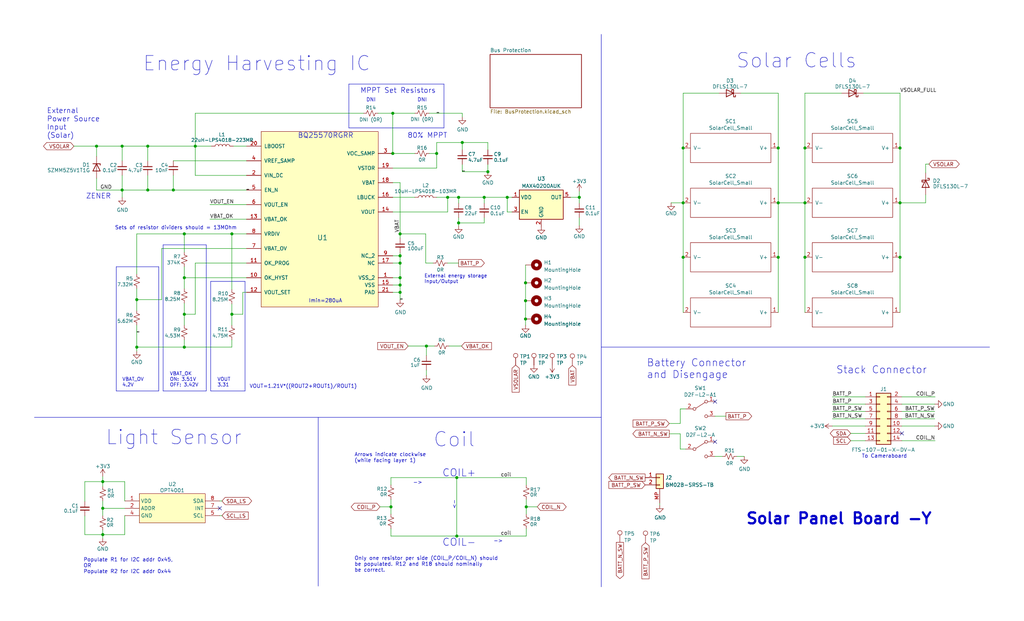
<source format=kicad_sch>
(kicad_sch (version 20230121) (generator eeschema)
  (paper "USLegal")
  (title_block (title "PyCubed Mini") (date "2023-06-18") (rev "Rev B3/03") (company "REx Lab Carnegie Mellon University") (comment 1 "Z.Manchester") (comment 2 "N.Khera") (comment 3 "M.Holliday"))
  (lib_symbols
    (symbol "Analog_Switch:MAX40200AUK"
      (property "Reference" "U" (at -6.35 6.35 0))
      (property "Value" "MAX40200AUK" (at 7.62 6.35 0))
      (symbol "MAX40200AUK_1_1"
        (rectangle (start -7.62 -5.08) (end 7.62 5.08) (stroke (width 0.254)) (fill (type background)))
        (pin power_in line (at -10.16 2.54 0) (length 2.54) (name "VDD") (number "1"))
        (pin power_in line (at 0 -7.62 90) (length 2.54) (name "GND") (number "2"))
        (pin input line (at -10.16 -2.54 0) (length 2.54) (name "EN") (number "3"))
        (pin no_connect line (at 7.62 -2.54 180) (length 2.54) hide (name "NC") (number "4"))
        (pin passive line (at 10.16 2.54 180) (length 2.54) (name "OUT") (number "5"))
      )
    )
    (symbol "Connector:TestPoint" (pin_numbers hide) (pin_names (offset 0.762) hide)
      (property "Reference" "TP" (at 0 6.858 0))
      (property "Value" "TestPoint" (at 0 5.08 0))
      (symbol "TestPoint_0_1"
        (circle (center 0 3.302) (radius 0.762))
      )
      (symbol "TestPoint_1_1"
        (pin passive line (at 0 0 90) (length 2.54) (name "1") (number "1"))
      )
    )
    (symbol "Connector_Generic:Conn_02x07_Odd_Even" (pin_names (offset 1.016) hide)
      (property "Reference" "J" (at 1.27 10.16 0))
      (property "Value" "Conn_02x07_Odd_Even" (at 1.27 -10.16 0))
      (symbol "Conn_02x07_Odd_Even_1_1"
        (rectangle (start -1.27 -7.493) (end 0 -7.747) (stroke (width 0.1524)))
        (rectangle (start -1.27 -4.953) (end 0 -5.207) (stroke (width 0.1524)))
        (rectangle (start -1.27 -2.413) (end 0 -2.667) (stroke (width 0.1524)))
        (rectangle (start -1.27 0.127) (end 0 -0.127) (stroke (width 0.1524)))
        (rectangle (start -1.27 2.667) (end 0 2.413) (stroke (width 0.1524)))
        (rectangle (start -1.27 5.207) (end 0 4.953) (stroke (width 0.1524)))
        (rectangle (start -1.27 7.747) (end 0 7.493) (stroke (width 0.1524)))
        (rectangle (start -1.27 8.89) (end 3.81 -8.89) (stroke (width 0.254)) (fill (type background)))
        (rectangle (start 3.81 -7.493) (end 2.54 -7.747) (stroke (width 0.1524)))
        (rectangle (start 3.81 -4.953) (end 2.54 -5.207) (stroke (width 0.1524)))
        (rectangle (start 3.81 -2.413) (end 2.54 -2.667) (stroke (width 0.1524)))
        (rectangle (start 3.81 0.127) (end 2.54 -0.127) (stroke (width 0.1524)))
        (rectangle (start 3.81 2.667) (end 2.54 2.413) (stroke (width 0.1524)))
        (rectangle (start 3.81 5.207) (end 2.54 4.953) (stroke (width 0.1524)))
        (rectangle (start 3.81 7.747) (end 2.54 7.493) (stroke (width 0.1524)))
        (pin passive line (at -5.08 7.62 0) (length 3.81) (name "Pin_1") (number "1"))
        (pin passive line (at 7.62 -2.54 180) (length 3.81) (name "Pin_10") (number "10"))
        (pin passive line (at -5.08 -5.08 0) (length 3.81) (name "Pin_11") (number "11"))
        (pin passive line (at 7.62 -5.08 180) (length 3.81) (name "Pin_12") (number "12"))
        (pin passive line (at -5.08 -7.62 0) (length 3.81) (name "Pin_13") (number "13"))
        (pin passive line (at 7.62 -7.62 180) (length 3.81) (name "Pin_14") (number "14"))
        (pin passive line (at 7.62 7.62 180) (length 3.81) (name "Pin_2") (number "2"))
        (pin passive line (at -5.08 5.08 0) (length 3.81) (name "Pin_3") (number "3"))
        (pin passive line (at 7.62 5.08 180) (length 3.81) (name "Pin_4") (number "4"))
        (pin passive line (at -5.08 2.54 0) (length 3.81) (name "Pin_5") (number "5"))
        (pin passive line (at 7.62 2.54 180) (length 3.81) (name "Pin_6") (number "6"))
        (pin passive line (at -5.08 0 0) (length 3.81) (name "Pin_7") (number "7"))
        (pin passive line (at 7.62 0 180) (length 3.81) (name "Pin_8") (number "8"))
        (pin passive line (at -5.08 -2.54 0) (length 3.81) (name "Pin_9") (number "9"))
      )
    )
    (symbol "Device:C_Small" (pin_numbers hide) (pin_names (offset 0.254) hide)
      (property "Reference" "C" (at 0.254 1.778 0))
      (property "Value" "C_Small" (at 0.254 -2.032 0))
      (symbol "C_Small_0_1"
        (polyline (pts (xy -1.524 -0.508) (xy 1.524 -0.508)) (stroke (width 0.3302)))
        (polyline (pts (xy -1.524 0.508) (xy 1.524 0.508)) (stroke (width 0.3048)))
      )
      (symbol "C_Small_1_1"
        (pin passive line (at 0 2.54 270) (length 2.032) (name "~") (number "1"))
        (pin passive line (at 0 -2.54 90) (length 2.032) (name "~") (number "2"))
      )
    )
    (symbol "Device:D_Schottky" (pin_numbers hide) (pin_names (offset 1.016) hide)
      (property "Reference" "D" (at 0 2.54 0))
      (property "Value" "D_Schottky" (at 0 -2.54 0))
      (symbol "D_Schottky_0_1"
        (polyline (pts (xy 1.27 0) (xy -1.27 0)))
        (polyline (pts (xy 1.27 1.27) (xy 1.27 -1.27) (xy -1.27 0) (xy 1.27 1.27)) (stroke (width 0.254)))
        (polyline (pts (xy -1.905 0.635) (xy -1.905 1.27) (xy -1.27 1.27) (xy -1.27 -1.27) (xy -0.635 -1.27) (xy -0.635 -0.635)) (stroke (width 0.254)))
      )
      (symbol "D_Schottky_1_1"
        (pin passive line (at -3.81 0 0) (length 2.54) (name "K") (number "1"))
        (pin passive line (at 3.81 0 180) (length 2.54) (name "A") (number "2"))
      )
    )
    (symbol "Device:L" (pin_numbers hide) (pin_names (offset 1.016) hide)
      (property "Reference" "L" (at -1.27 0 90))
      (property "Value" "L" (at 1.905 0 90))
      (symbol "L_0_1"
        (arc (start 0 -2.54) (mid 0.6323 -1.905) (end 0 -1.27))
        (arc (start 0 -1.27) (mid 0.6323 -0.635) (end 0 0))
        (arc (start 0 0) (mid 0.6323 0.635) (end 0 1.27))
        (arc (start 0 1.27) (mid 0.6323 1.905) (end 0 2.54))
      )
      (symbol "L_1_1"
        (pin passive line (at 0 3.81 270) (length 1.27) (name "1") (number "1"))
        (pin passive line (at 0 -3.81 90) (length 1.27) (name "2") (number "2"))
      )
    )
    (symbol "Device:R_Small_US" (pin_numbers hide) (pin_names (offset 0.254) hide)
      (property "Reference" "R" (at 0.762 0.508 0))
      (property "Value" "R_Small_US" (at 0.762 -1.016 0))
      (symbol "R_Small_US_1_1"
        (polyline (pts (xy 0 0) (xy 1.016 -0.381) (xy 0 -0.762) (xy -1.016 -1.143) (xy 0 -1.524)))
        (polyline (pts (xy 0 1.524) (xy 1.016 1.143) (xy 0 0.762) (xy -1.016 0.381) (xy 0 0)))
        (pin passive line (at 0 2.54 270) (length 1.016) (name "~") (number "1"))
        (pin passive line (at 0 -2.54 90) (length 1.016) (name "~") (number "2"))
      )
    )
    (symbol "Diode:Z1SMAxxx" (pin_numbers hide) (pin_names hide)
      (property "Reference" "D" (at 0 2.54 0))
      (property "Value" "Z1SMAxxx" (at 0 -2.54 0))
      (symbol "Z1SMAxxx_0_1"
        (polyline (pts (xy 1.27 0) (xy -1.27 0)))
        (polyline (pts (xy -1.27 -1.27) (xy -1.27 1.27) (xy -0.762 1.27)) (stroke (width 0.254)))
        (polyline (pts (xy 1.27 -1.27) (xy 1.27 1.27) (xy -1.27 0) (xy 1.27 -1.27)) (stroke (width 0.254)))
      )
      (symbol "Z1SMAxxx_1_1"
        (pin passive line (at -3.81 0 0) (length 2.54) (name "K") (number "1"))
        (pin passive line (at 3.81 0 180) (length 2.54) (name "A") (number "2"))
      )
    )
    (symbol "Mechanical:MountingHole_Pad" (pin_numbers hide) (pin_names (offset 1.016) hide)
      (property "Reference" "H" (at 0 6.35 0))
      (property "Value" "MountingHole_Pad" (at 0 4.445 0))
      (symbol "MountingHole_Pad_0_1"
        (circle (center 0 1.27) (radius 1.27) (stroke (width 1.27)))
      )
      (symbol "MountingHole_Pad_1_1"
        (pin input line (at 0 -2.54 90) (length 2.54) (name "1") (number "1"))
      )
    )
    (symbol "Switch:SW_SPDT" (pin_names (offset 0) hide)
      (property "Reference" "SW" (at 0 4.318 0))
      (property "Value" "SW_SPDT" (at 0 -5.08 0))
      (symbol "SW_SPDT_0_0"
        (circle (center -2.032 0) (radius 0.508))
        (circle (center 2.032 -2.54) (radius 0.508))
      )
      (symbol "SW_SPDT_0_1"
        (polyline (pts (xy -1.524 0.254) (xy 1.651 2.286)))
        (circle (center 2.032 2.54) (radius 0.508))
      )
      (symbol "SW_SPDT_1_1"
        (pin passive line (at 5.08 2.54 180) (length 2.54) (name "A") (number "1"))
        (pin passive line (at -5.08 0 0) (length 2.54) (name "B") (number "2"))
        (pin passive line (at 5.08 -2.54 180) (length 2.54) (name "C") (number "3"))
      )
    )
    (symbol "power:+3V3" (power) (pin_names (offset 0))
      (property "Value" "+3V3" (at 0 3.556 0))
      (symbol "+3V3_0_1"
        (polyline (pts (xy -0.762 1.27) (xy 0 2.54)))
        (polyline (pts (xy 0 0) (xy 0 2.54)))
        (polyline (pts (xy 0 2.54) (xy 0.762 1.27)))
      )
      (symbol "+3V3_1_1"
        (pin power_in line (at 0 0 90) (length 0) hide (name "+3V3") (number "1"))
      )
    )
    (symbol "power:GND" (power) (pin_names (offset 0))
      (property "Value" "GND" (at 0 -3.81 0))
      (symbol "GND_0_1"
        (polyline (pts (xy 0 0) (xy 0 -1.27) (xy 1.27 -1.27) (xy 0 -2.54) (xy -1.27 -1.27) (xy 0 -1.27)))
      )
      (symbol "GND_1_1"
        (pin power_in line (at 0 0 270) (length 0) hide (name "GND") (number "1"))
      )
    )
    (symbol "solarpanels:BM02B-SRSS-TB" (pin_names (offset 1.016) hide)
      (property "Reference" "J2" (at 1.905 0 0))
      (property "Value" "BM02B-SRSS-TB" (at 1.905 -2.5369 0))
      (symbol "BM02B-SRSS-TB_0_0"
        (pin unspecified line (at 0 -8.89 90) (length 5.08) (name "MP") (number "MP"))
      )
      (symbol "BM02B-SRSS-TB_1_1"
        (rectangle (start -1.27 -2.413) (end 0 -2.667) (stroke (width 0.1524)))
        (rectangle (start -1.27 0.127) (end 0 -0.127) (stroke (width 0.1524)))
        (rectangle (start -1.27 1.27) (end 1.27 -3.81) (stroke (width 0.254)) (fill (type background)))
        (pin passive line (at -5.08 0 0) (length 3.81) (name "Pin_1") (number "1"))
        (pin passive line (at -5.08 -2.54 0) (length 3.81) (name "Pin_2") (number "2"))
      )
    )
    (symbol "solarpanels:BQ25570RGRR" (pin_names (offset 1.016))
      (property "Reference" "U" (at 0 3.81 0))
      (property "Value" "BQ25570RGRR" (at 0 0 0))
      (symbol "BQ25570RGRR_0_1"
        (rectangle (start -20.32 30.48) (end 20.32 -30.48) (fill (type background)))
      )
      (symbol "BQ25570RGRR_1_0"
        (pin power_in line (at 25.4 -20.32 180) (length 5.08) (name "VSS_2") (number "1"))
        (pin input line (at -25.4 -20.32 0) (length 5.08) (name "OK_HYST") (number "10"))
        (pin input line (at -25.4 -15.24 0) (length 5.08) (name "OK_PROG") (number "11"))
        (pin input line (at -25.4 -25.4 0) (length 5.08) (name "VOUT_SET") (number "12"))
        (pin output line (at -25.4 0 0) (length 5.08) (name "VBAT_OK") (number "13"))
        (pin power_in line (at 25.4 2.54 180) (length 5.08) (name "VOUT") (number "14"))
        (pin power_in line (at 25.4 -22.86 180) (length 5.08) (name "VSS") (number "15"))
        (pin passive line (at 25.4 7.62 180) (length 5.08) (name "LBUCK") (number "16"))
        (pin passive line (at 25.4 -15.24 180) (length 5.08) (name "NC") (number "17"))
        (pin bidirectional line (at 25.4 12.7 180) (length 5.08) (name "VBAT") (number "18"))
        (pin power_in line (at 25.4 17.78 180) (length 5.08) (name "VSTOR") (number "19"))
        (pin power_in line (at -25.4 15.24 0) (length 5.08) (name "VIN_DC") (number "2"))
        (pin input line (at -25.4 25.4 0) (length 5.08) (name "LBOOST") (number "20"))
        (pin power_in line (at 25.4 -25.4 180) (length 5.08) (name "PAD") (number "21"))
        (pin input line (at 25.4 22.86 180) (length 5.08) (name "VOC_SAMP") (number "3"))
        (pin input line (at -25.4 20.32 0) (length 5.08) (name "VREF_SAMP") (number "4"))
        (pin input line (at -25.4 10.16 0) (length 5.08) (name "EN_N") (number "5"))
        (pin input line (at -25.4 5.08 0) (length 5.08) (name "VOUT_EN") (number "6"))
        (pin input line (at -25.4 -10.16 0) (length 5.08) (name "VBAT_OV") (number "7"))
        (pin output line (at -25.4 -5.08 0) (length 5.08) (name "VRDIV") (number "8"))
        (pin power_in line (at 25.4 -12.7 180) (length 5.08) (name "NC_2") (number "9"))
      )
    )
    (symbol "solarpanels:OPT4001"
      (property "Reference" "U" (at 0 8.255 0))
      (property "Value" "OPT4001" (at 0 6.223 0))
      (symbol "OPT4001_0_0"
        (pin unspecified line (at -16.51 2.54 0) (length 5.08) (name "VDD") (number "1"))
        (pin unspecified line (at -16.51 0 0) (length 5.08) (name "ADDR") (number "2"))
      )
      (symbol "OPT4001_0_1"
        (polyline (pts (xy -11.43 5.08) (xy 11.43 5.08) (xy 11.43 -5.08) (xy -11.43 -5.08) (xy -11.43 5.08)) (stroke (width 0.1524)) (fill (type background)))
      )
      (symbol "OPT4001_1_0"
        (pin no_connect line (at 0 -10.16 90) (length 5.08) hide (name "NC") (number "3"))
        (pin unspecified line (at -16.51 -2.54 0) (length 5.08) (name "GND") (number "4"))
        (pin unspecified line (at 16.51 -2.54 180) (length 5.08) (name "SCL") (number "5"))
        (pin no_connect line (at 0 -10.16 90) (length 5.08) hide (name "NC") (number "6"))
        (pin unspecified line (at 16.51 0 180) (length 5.08) (name "INT") (number "7"))
        (pin unspecified line (at 16.51 2.54 180) (length 5.08) (name "SDA") (number "8"))
      )
    )
    (symbol "solarpanels:SolarCell_Small" (pin_names (offset 1.016))
      (property "Reference" "SC" (at 0 -1.27 0))
      (property "Value" "SolarCell_Small" (at 0 1.27 0))
      (symbol "SolarCell_Small_0_1"
        (rectangle (start -13.97 -5.08) (end 13.97 5.08))
      )
      (symbol "SolarCell_Small_1_1"
        (pin bidirectional line (at -16.51 0 0) (length 2.54) (name "V+") (number "1"))
        (pin bidirectional line (at 16.51 0 180) (length 2.54) (name "V-") (number "2"))
      )
    )
  )
  (junction (at 148.082 120.269))
  (junction (at 138.938 88.9))
  (junction (at 270.256 70.485))
  (junction (at 64.008 96.52))
  (junction (at 168.148 68.58))
  (junction (at 138.938 91.44))
  (junction (at 237.236 51.435))
  (junction (at 279.527 51.435))
  (junction (at 312.547 70.485))
  (junction (at 182.499 98.298))
  (junction (at 42.418 50.8))
  (junction (at 64.008 109.22))
  (junction (at 312.547 89.408))
  (junction (at 136.398 39.37))
  (junction (at 33.528 50.8))
  (junction (at 312.547 51.435))
  (junction (at 159.258 68.58))
  (junction (at 35.687 185.801))
  (junction (at 158.623 186.309))
  (junction (at 201.168 68.58))
  (junction (at 182.499 104.521))
  (junction (at 42.418 66.04))
  (junction (at 138.938 81.28))
  (junction (at 138.938 96.52))
  (junction (at 136.398 53.34))
  (junction (at 160.528 49.53))
  (junction (at 155.448 68.58))
  (junction (at 51.308 50.8))
  (junction (at 237.236 70.485))
  (junction (at 182.499 110.871))
  (junction (at 35.687 167.386))
  (junction (at 158.623 165.989))
  (junction (at 237.236 89.408))
  (junction (at 80.518 81.28))
  (junction (at 279.527 89.408))
  (junction (at 64.008 120.65))
  (junction (at 60.198 66.04))
  (junction (at 64.008 81.28))
  (junction (at 80.518 109.22))
  (junction (at 67.818 50.8))
  (junction (at 182.753 176.149))
  (junction (at 135.763 176.149))
  (junction (at 47.498 120.65))
  (junction (at 47.498 104.14))
  (junction (at 270.256 89.408))
  (junction (at 35.687 176.657))
  (junction (at 51.308 66.04))
  (junction (at 159.258 77.47))
  (junction (at 176.149 68.58))
  (junction (at 138.938 99.06))
  (junction (at 270.256 51.435))
  (junction (at 279.527 70.485))
  (junction (at 138.938 101.6))
  (junction (at 169.418 59.69))
  (junction (at 151.638 53.34))
  (no_connect (at 248.285 139.573))
  (no_connect (at 248.285 153.543))
  (no_connect (at 76.327 176.657))
  (no_connect (at 313.182 150.622))
  (wire (pts (xy 147.828 91.44) (xy 150.368 91.44)))
  (wire (pts (xy 135.763 176.149) (xy 135.763 178.689)))
  (wire (pts (xy 47.498 81.28) (xy 47.498 95.25)))
  (wire (pts (xy 47.498 104.14) (xy 56.134 104.14)))
  (wire (pts (xy 64.008 81.28) (xy 47.498 81.28)))
  (wire (pts (xy 147.828 81.28) (xy 138.938 81.28)))
  (wire (pts (xy 77.089 174.117) (xy 76.327 174.117)))
  (wire (pts (xy 80.518 81.28) (xy 80.518 100.584)))
  (wire (pts (xy 182.499 92.075) (xy 182.499 98.298)))
  (polyline (pts (xy 121.158 29.21) (xy 154.178 29.21)))
  (wire (pts (xy 158.623 165.989) (xy 158.623 186.309)))
  (wire (pts (xy 151.638 49.53) (xy 160.528 49.53)))
  (wire (pts (xy 60.198 66.04) (xy 60.198 60.96)))
  (wire (pts (xy 147.828 91.44) (xy 147.828 81.28)))
  (wire (pts (xy 279.527 51.435) (xy 279.527 70.485)))
  (wire (pts (xy 138.938 99.06) (xy 138.938 96.52)))
  (wire (pts (xy 42.418 66.04) (xy 42.418 68.58)))
  (wire (pts (xy 312.547 70.485) (xy 312.547 89.408)))
  (wire (pts (xy 85.598 66.04) (xy 60.198 66.04)))
  (wire (pts (xy 136.398 101.6) (xy 138.938 101.6)))
  (wire (pts (xy 159.258 77.47) (xy 159.258 78.486)))
  (polyline (pts (xy 154.178 29.21) (xy 154.178 44.45)))
  (wire (pts (xy 270.256 89.408) (xy 270.256 108.585)))
  (wire (pts (xy 131.953 176.149) (xy 135.763 176.149)))
  (wire (pts (xy 64.008 109.22) (xy 67.818 109.22)))
  (wire (pts (xy 81.026 50.8) (xy 85.598 50.8)))
  (wire (pts (xy 29.464 185.801) (xy 35.687 185.801)))
  (wire (pts (xy 138.938 101.6) (xy 138.938 99.06)))
  (wire (pts (xy 47.498 120.65) (xy 47.498 122.047)))
  (wire (pts (xy 136.398 99.06) (xy 138.938 99.06)))
  (polyline (pts (xy 110.49 145.034) (xy 110.49 203.708)))
  (wire (pts (xy 168.148 68.58) (xy 168.148 70.612)))
  (wire (pts (xy 43.307 185.801) (xy 43.307 179.197)))
  (wire (pts (xy 160.528 57.15) (xy 160.528 59.69)))
  (wire (pts (xy 35.687 176.657) (xy 35.687 179.197)))
  (wire (pts (xy 85.598 55.88) (xy 60.198 55.88)))
  (wire (pts (xy 270.256 70.485) (xy 270.256 89.408)))
  (wire (pts (xy 135.763 165.989) (xy 158.623 165.989)))
  (wire (pts (xy 64.008 81.28) (xy 64.008 87.63)))
  (polyline (pts (xy 71.628 135.89) (xy 56.642 135.89)))
  (wire (pts (xy 232.41 147.193) (xy 236.22 147.193)))
  (wire (pts (xy 148.082 128.651) (xy 148.082 130.429)))
  (wire (pts (xy 135.763 173.609) (xy 135.763 176.149)))
  (wire (pts (xy 159.258 68.58) (xy 168.148 68.58)))
  (wire (pts (xy 252.095 144.653) (xy 248.285 144.653)))
  (wire (pts (xy 324.612 145.542) (xy 313.182 145.542)))
  (wire (pts (xy 151.638 49.53) (xy 151.638 53.34)))
  (wire (pts (xy 136.398 68.58) (xy 144.018 68.58)))
  (wire (pts (xy 312.547 51.435) (xy 312.547 70.485)))
  (wire (pts (xy 56.134 86.36) (xy 85.598 86.36)))
  (wire (pts (xy 67.818 50.8) (xy 73.406 50.8)))
  (wire (pts (xy 159.258 70.612) (xy 159.258 68.58)))
  (wire (pts (xy 43.307 167.386) (xy 35.687 167.386)))
  (wire (pts (xy 151.638 68.58) (xy 155.448 68.58)))
  (wire (pts (xy 80.518 118.11) (xy 80.518 120.65)))
  (wire (pts (xy 324.739 137.922) (xy 313.182 137.922)))
  (wire (pts (xy 33.528 61.976) (xy 33.528 66.04)))
  (wire (pts (xy 201.168 66.548) (xy 201.168 68.58)))
  (wire (pts (xy 300.482 150.622) (xy 295.402 150.622)))
  (wire (pts (xy 43.307 174.117) (xy 43.307 167.386)))
  (wire (pts (xy 321.437 67.691) (xy 321.437 70.485)))
  (polyline (pts (xy 121.158 44.45) (xy 121.158 29.21)))
  (wire (pts (xy 177.8 73.66) (xy 176.149 73.66)))
  (polyline (pts (xy 56.642 135.89) (xy 56.642 85.09)))
  (wire (pts (xy 279.527 89.408) (xy 279.527 108.585)))
  (wire (pts (xy 51.308 50.8) (xy 67.818 50.8)))
  (wire (pts (xy 149.098 53.34) (xy 151.638 53.34)))
  (wire (pts (xy 42.418 55.88) (xy 42.418 50.8)))
  (polyline (pts (xy 11.938 145.034) (xy 208.788 145.034)))
  (wire (pts (xy 159.258 75.692) (xy 159.258 77.47)))
  (wire (pts (xy 33.528 66.04) (xy 42.418 66.04)))
  (wire (pts (xy 155.956 120.269) (xy 160.274 120.269)))
  (wire (pts (xy 182.499 98.298) (xy 182.499 104.521)))
  (wire (pts (xy 176.149 73.66) (xy 176.149 68.58)))
  (polyline (pts (xy 85.09 135.89) (xy 73.152 135.89)))
  (wire (pts (xy 324.612 143.002) (xy 313.182 143.002)))
  (wire (pts (xy 47.498 113.03) (xy 47.498 120.65)))
  (wire (pts (xy 168.148 75.692) (xy 168.148 77.47)))
  (wire (pts (xy 229.108 175.514) (xy 229.108 174.879)))
  (wire (pts (xy 236.22 150.749) (xy 236.22 156.083)))
  (wire (pts (xy 324.612 140.462) (xy 313.182 140.462)))
  (wire (pts (xy 138.938 104.14) (xy 138.938 101.6)))
  (wire (pts (xy 72.898 76.2) (xy 85.598 76.2)))
  (wire (pts (xy 80.518 109.22) (xy 80.518 113.03)))
  (wire (pts (xy 312.547 89.408) (xy 312.547 108.585)))
  (wire (pts (xy 35.687 167.386) (xy 35.687 169.037)))
  (wire (pts (xy 84.328 109.22) (xy 84.328 101.6)))
  (polyline (pts (xy 40.386 92.71) (xy 55.118 92.71)))
  (wire (pts (xy 237.236 51.435) (xy 237.236 70.485)))
  (wire (pts (xy 270.256 32.385) (xy 270.256 51.435)))
  (wire (pts (xy 136.398 53.34) (xy 144.018 53.34)))
  (wire (pts (xy 136.398 53.34) (xy 136.398 39.37)))
  (wire (pts (xy 160.528 52.07) (xy 160.528 49.53)))
  (wire (pts (xy 169.418 57.15) (xy 169.418 59.69)))
  (wire (pts (xy 56.134 104.14) (xy 56.134 86.36)))
  (wire (pts (xy 232.41 150.749) (xy 236.22 150.749)))
  (wire (pts (xy 148.082 123.571) (xy 148.082 120.269)))
  (wire (pts (xy 312.547 70.485) (xy 321.437 70.485)))
  (wire (pts (xy 322.58 57.023) (xy 321.437 57.023)))
  (wire (pts (xy 64.008 120.65) (xy 80.518 120.65)))
  (wire (pts (xy 67.818 109.22) (xy 67.818 91.44)))
  (wire (pts (xy 136.398 91.44) (xy 138.938 91.44)))
  (wire (pts (xy 270.256 51.435) (xy 270.256 70.485)))
  (wire (pts (xy 43.307 176.657) (xy 35.687 176.657)))
  (wire (pts (xy 158.623 165.989) (xy 182.753 165.989)))
  (wire (pts (xy 64.008 109.22) (xy 64.008 113.03)))
  (wire (pts (xy 51.308 66.04) (xy 60.198 66.04)))
  (wire (pts (xy 299.847 32.385) (xy 312.547 32.385)))
  (wire (pts (xy 289.052 145.542) (xy 300.482 145.542)))
  (wire (pts (xy 321.437 57.023) (xy 321.437 60.071)))
  (wire (pts (xy 135.763 186.309) (xy 158.623 186.309)))
  (wire (pts (xy 289.052 143.002) (xy 300.482 143.002)))
  (wire (pts (xy 138.938 81.28) (xy 138.938 63.5)))
  (wire (pts (xy 136.398 73.66) (xy 155.448 73.66)))
  (wire (pts (xy 300.482 137.922) (xy 289.052 137.922)))
  (wire (pts (xy 64.008 118.11) (xy 64.008 120.65)))
  (wire (pts (xy 279.527 70.485) (xy 279.527 89.408)))
  (wire (pts (xy 33.528 50.8) (xy 33.528 54.356)))
  (wire (pts (xy 67.818 91.44) (xy 85.598 91.44)))
  (wire (pts (xy 131.318 39.37) (xy 136.398 39.37)))
  (wire (pts (xy 25.654 50.8) (xy 33.528 50.8)))
  (wire (pts (xy 138.938 87.884) (xy 138.938 88.9)))
  (wire (pts (xy 279.527 32.385) (xy 292.227 32.385)))
  (wire (pts (xy 279.527 32.385) (xy 279.527 51.435)))
  (polyline (pts (xy 55.118 92.71) (xy 55.118 135.89)))
  (wire (pts (xy 67.818 60.96) (xy 85.598 60.96)))
  (wire (pts (xy 138.938 96.52) (xy 138.938 91.44)))
  (polyline (pts (xy 85.09 97.79) (xy 85.09 135.89)))
  (wire (pts (xy 29.464 167.386) (xy 35.687 167.386)))
  (wire (pts (xy 64.008 96.52) (xy 85.598 96.52)))
  (wire (pts (xy 47.498 120.65) (xy 64.008 120.65)))
  (wire (pts (xy 182.499 104.521) (xy 182.499 110.871)))
  (wire (pts (xy 135.763 183.769) (xy 135.763 186.309)))
  (wire (pts (xy 289.052 148.082) (xy 300.482 148.082)))
  (wire (pts (xy 186.563 176.149) (xy 182.753 176.149)))
  (wire (pts (xy 300.482 153.162) (xy 295.402 153.162)))
  (wire (pts (xy 155.448 68.58) (xy 159.258 68.58)))
  (wire (pts (xy 159.258 77.47) (xy 168.148 77.47)))
  (wire (pts (xy 33.528 50.8) (xy 42.418 50.8)))
  (wire (pts (xy 67.818 39.37) (xy 126.238 39.37)))
  (wire (pts (xy 248.285 158.623) (xy 250.825 158.623)))
  (wire (pts (xy 182.753 165.989) (xy 182.753 168.529)))
  (wire (pts (xy 182.753 183.769) (xy 182.753 186.309)))
  (polyline (pts (xy 71.628 85.09) (xy 71.628 135.89)))
  (wire (pts (xy 64.008 96.52) (xy 64.008 100.33)))
  (wire (pts (xy 135.763 165.989) (xy 135.763 168.529)))
  (wire (pts (xy 67.818 39.37) (xy 67.818 50.8)))
  (wire (pts (xy 51.308 50.8) (xy 51.308 55.88)))
  (polyline (pts (xy 208.788 120.65) (xy 343.662 120.65)))
  (wire (pts (xy 201.168 68.58) (xy 201.168 70.612)))
  (wire (pts (xy 151.638 53.34) (xy 151.638 58.42)))
  (wire (pts (xy 279.527 70.485) (xy 270.256 70.485)))
  (wire (pts (xy 160.528 39.37) (xy 160.528 40.64)))
  (wire (pts (xy 138.938 81.28) (xy 138.938 82.804)))
  (wire (pts (xy 64.008 81.28) (xy 80.518 81.28)))
  (wire (pts (xy 149.098 39.37) (xy 160.528 39.37)))
  (wire (pts (xy 29.464 174.244) (xy 29.464 167.386)))
  (wire (pts (xy 158.623 186.309) (xy 182.753 186.309)))
  (wire (pts (xy 198.12 68.58) (xy 201.168 68.58)))
  (wire (pts (xy 236.22 147.193) (xy 236.22 142.113)))
  (polyline (pts (xy 56.642 85.09) (xy 71.628 85.09)))
  (wire (pts (xy 47.498 100.33) (xy 47.498 104.14)))
  (wire (pts (xy 151.638 58.42) (xy 136.398 58.42)))
  (wire (pts (xy 257.302 32.385) (xy 270.256 32.385)))
  (wire (pts (xy 312.547 32.385) (xy 312.547 51.435)))
  (wire (pts (xy 237.236 70.485) (xy 237.236 89.408)))
  (wire (pts (xy 160.528 49.53) (xy 169.418 49.53)))
  (wire (pts (xy 168.148 68.58) (xy 176.149 68.58)))
  (wire (pts (xy 85.598 81.28) (xy 80.518 81.28)))
  (wire (pts (xy 67.818 50.8) (xy 67.818 60.96)))
  (wire (pts (xy 42.418 50.8) (xy 51.308 50.8)))
  (wire (pts (xy 300.482 140.462) (xy 289.052 140.462)))
  (wire (pts (xy 237.236 32.385) (xy 249.682 32.385)))
  (polyline (pts (xy 55.118 135.89) (xy 40.386 135.89)))
  (wire (pts (xy 35.687 187.071) (xy 35.687 185.801)))
  (wire (pts (xy 237.236 89.408) (xy 237.236 108.585)))
  (wire (pts (xy 236.22 142.113) (xy 238.125 142.113)))
  (wire (pts (xy 42.418 66.04) (xy 51.308 66.04)))
  (wire (pts (xy 176.149 68.58) (xy 177.8 68.58)))
  (polyline (pts (xy 154.178 44.45) (xy 121.158 44.45)))
  (wire (pts (xy 136.398 39.37) (xy 144.018 39.37)))
  (wire (pts (xy 84.328 101.6) (xy 85.598 101.6)))
  (wire (pts (xy 160.528 59.69) (xy 169.418 59.69)))
  (wire (pts (xy 35.687 184.277) (xy 35.687 185.801)))
  (wire (pts (xy 236.22 156.083) (xy 238.125 156.083)))
  (wire (pts (xy 237.236 32.385) (xy 237.236 51.435)))
  (wire (pts (xy 51.308 60.96) (xy 51.308 66.04)))
  (wire (pts (xy 64.008 105.41) (xy 64.008 109.22)))
  (wire (pts (xy 138.938 63.5) (xy 136.398 63.5)))
  (wire (pts (xy 29.464 179.324) (xy 29.464 185.801)))
  (wire (pts (xy 138.938 91.44) (xy 138.938 88.9)))
  (wire (pts (xy 138.938 88.9) (xy 136.398 88.9)))
  (wire (pts (xy 80.518 109.22) (xy 84.328 109.22)))
  (wire (pts (xy 35.687 174.117) (xy 35.687 176.657)))
  (wire (pts (xy 35.687 165.608) (xy 35.687 167.386)))
  (wire (pts (xy 136.398 96.52) (xy 138.938 96.52)))
  (wire (pts (xy 201.168 75.692) (xy 201.168 78.359)))
  (wire (pts (xy 42.418 60.96) (xy 42.418 66.04)))
  (wire (pts (xy 64.008 92.71) (xy 64.008 96.52)))
  (wire (pts (xy 324.612 148.082) (xy 313.182 148.082)))
  (polyline (pts (xy 73.152 135.89) (xy 73.152 97.79)))
  (wire (pts (xy 182.753 173.609) (xy 182.753 176.149)))
  (wire (pts (xy 182.499 110.871) (xy 182.499 113.03)))
  (wire (pts (xy 35.687 185.801) (xy 43.307 185.801)))
  (wire (pts (xy 255.905 158.623) (xy 258.445 158.623)))
  (wire (pts (xy 148.082 120.269) (xy 150.876 120.269)))
  (wire (pts (xy 77.089 179.197) (xy 76.327 179.197)))
  (wire (pts (xy 324.739 153.162) (xy 313.182 153.162)))
  (wire (pts (xy 169.418 52.07) (xy 169.418 49.53)))
  (wire (pts (xy 182.753 176.149) (xy 182.753 178.689)))
  (wire (pts (xy 155.448 73.66) (xy 155.448 68.58)))
  (wire (pts (xy 72.898 71.12) (xy 85.598 71.12)))
  (wire (pts (xy 155.448 91.44) (xy 159.258 91.44)))
  (wire (pts (xy 80.518 105.664) (xy 80.518 109.22)))
  (polyline (pts (xy 73.152 97.79) (xy 85.09 97.79)))
  (wire (pts (xy 141.732 120.269) (xy 148.082 120.269)))
  (polyline (pts (xy 40.386 135.89) (xy 40.386 92.71)))
  (wire (pts (xy 47.498 104.14) (xy 47.498 107.95)))
  (wire (pts (xy 237.236 70.485) (xy 233.045 70.485)))
  (polyline (pts (xy 208.788 11.938) (xy 208.788 203.962)))
  (text "VOUT\n3.31" (at 75.438 134.62 0) (effects (font (size 1.2 1.2)) (justify left bottom)))
  (text "Imin=280uA" (at 107.188 105.41 0) (effects (font (size 1.27 1.27)) (justify left bottom)))
  (text "VOUT=1.21V*((ROUT2+ROUT1)/ROUT1)" (at 86.614 135.128 0) (effects (font (size 1.27 1.27)) (justify left bottom)))
  (text "MPPT Set Resistors " (at 125.095 32.639 0) (effects (font (size 1.778 1.778)) (justify left bottom)))
  (text "Light Sensor" (at 36.576 155.067 0) (effects (font (size 5 5)) (justify left bottom)))
  (text "Solar Panel Board -Y" (at 258.826 182.626 0) (effects (font (size 3.81 3.81) (thickness 0.762) bold) (justify left bottom)))
  (text "Sets of resistor dividers should = 13MOhm" (at 39.878 80.01 0) (effects (font (size 1.27 1.27)) (justify left bottom)))
  (text "To Cameraboard" (at 299.212 159.385 0) (effects (font (size 1.27 1.27)) (justify left bottom)))
  (text "Only one resistor per side (COIL_P/COIL_N) should \nbe populated. R12 and R18 should nominally \nbe correct." (at 123.063 199.009 0) (effects (font (size 1.27 1.27)) (justify left bottom)))
  (text "Arrows indicate clockwise\n(while facing layer 1)" (at 123.063 160.909 0) (effects (font (size 1.27 1.27)) (justify left bottom)))
  (text "->" (at 143.383 168.529 0) (effects (font (size 1.27 1.27)) (justify left bottom)))
  (text "COIL-" (at 153.543 190.119 0) (effects (font (size 2.54 2.54)) (justify left bottom)))
  (text "COIL+" (at 153.543 165.989 0) (effects (font (size 2.54 2.54)) (justify left bottom)))
  (text "Solar Cells" (at 255.524 24.13 0) (effects (font (size 5 5)) (justify left bottom)))
  (text "Energy Harvesting IC" (at 49.53 25.146 0) (effects (font (size 5 5)) (justify left bottom)))
  (text "ZENER" (at 29.845 69.342 0) (effects (font (size 1.778 1.778)) (justify left bottom)))
  (text "Stack Connector" (at 290.322 130.175 0) (effects (font (size 2.54 2.54)) (justify left bottom)))
  (text "->" (at 171.323 188.849 0) (effects (font (size 1.27 1.27)) (justify left bottom)))
  (text "Populate R1 for I2C addr 0x45, \nOR\nPopulate R2 for I2C addr 0x44" (at 28.956 199.517 0) (effects (font (size 1.27 1.27)) (justify left bottom)))
  (text "Coil" (at 150.368 155.829 0) (effects (font (size 5 5)) (justify left bottom)))
  (text "External\nPower Source\nInput\n(Solar)" (at 16.256 48.26 0) (effects (font (size 1.778 1.778)) (justify left bottom)))
  (text "VBAT_OK\nON: 3.51V\nOFF: 3.42V" (at 58.928 134.62 0) (effects (font (size 1.2 1.2)) (justify left bottom)))
  (text "80% MPPT " (at 141.478 48.26 0) (effects (font (size 1.778 1.778)) (justify left bottom)))
  (text "External energy storage\nInput/Output" (at 147.32 98.679 0) (effects (font (size 1.2 1.2)) (justify left bottom)))
  (text "BQ25570RGRR" (at 103.378 48.26 0) (effects (font (size 1.778 1.778)) (justify left bottom)))
  (text "Battery Connector\nand Disengage" (at 224.536 131.826 0) (effects (font (size 2.54 2.54)) (justify left bottom)))
  (text "VBAT_OV\n4.2V" (at 42.418 134.62 0) (effects (font (size 1.2 1.2)) (justify left bottom)))
  (text "DNI" (at 144.907 35.56 0) (effects (font (size 1.27 1.27)) (justify left bottom)))
  (text "<-" (at 158.496 173.736 90) (effects (font (size 1.27 1.27)) (justify right bottom)))
  (text "DNI" (at 127.127 35.56 0) (effects (font (size 1.27 1.27)) (justify left bottom)))
  (label "GND" (at 160.528 59.69 0) (effects (font (size 0.254 0.254))))
  (label "BATT_P_SW" (at 324.612 143.002 180))
  (label "coil" (at 173.863 186.309 0))
  (label "BATT_P_SW" (at 289.052 143.002 0))
  (label "BATT_N_SW" (at 289.052 145.542 0))
  (label "GND" (at 151.638 39.37 0) (effects (font (size 0.254 0.254))))
  (label "VBAT" (at 138.938 76.2 270))
  (label "VSOLAR_FULL" (at 312.547 32.385 0))
  (label "GND" (at 138.938 104.14 0) (effects (font (size 0.254 0.254))))
  (label "BATT_N_SW" (at 324.612 145.542 180))
  (label "BATT_P" (at 289.052 140.462 0))
  (label "GND" (at 85.598 66.04 0) (effects (font (size 0.254 0.254))))
  (label "VOUT_EN" (at 72.898 71.12 0))
  (label "COIL_N" (at 324.739 153.162 180))
  (label "GND" (at 34.798 66.04 0))
  (label "GND" (at 47.498 115.57 0) (effects (font (size 0.254 0.254))))
  (label "COIL_P" (at 324.739 137.922 180))
  (label "VBAT_OK" (at 72.898 76.2 0))
  (label "coil" (at 173.863 165.989 0))
  (label "BATT_P" (at 289.052 137.922 0))
  (global_label "SDA" (shape bidirectional) (at 295.402 150.622 180) (property "Intersheetrefs" "${INTERSHEET_REFS}" (effects hide)))
  (global_label "SDA_LS" (shape bidirectional) (at 77.089 174.117 0) (property "Intersheetrefs" "${INTERSHEET_REFS}" (effects hide)))
  (global_label "BATT_N_SW" (shape output) (at 224.028 165.989 180) (property "Intersheetrefs" "${INTERSHEET_REFS}" (effects hide)))
  (global_label "BATT_P" (shape output) (at 159.258 91.44 0) (property "Intersheetrefs" "${INTERSHEET_REFS}" (effects hide)))
  (global_label "BATT_P_SW" (shape input) (at 224.028 168.529 180) (property "Intersheetrefs" "${INTERSHEET_REFS}" (effects hide)))
  (global_label "VSOLAR" (shape input) (at 179.07 126.873 270) (property "Intersheetrefs" "${INTERSHEET_REFS}" (effects hide)))
  (global_label "BATT_N_SW" (shape output) (at 232.41 150.749 180) (property "Intersheetrefs" "${INTERSHEET_REFS}" (effects hide)))
  (global_label "BATT_P_SW" (shape input) (at 232.41 147.193 180) (property "Intersheetrefs" "${INTERSHEET_REFS}" (effects hide)))
  (global_label "BATT_N_SW" (shape output) (at 215.265 188.468 270) (property "Intersheetrefs" "${INTERSHEET_REFS}" (effects hide)))
  (global_label "COIL_N" (shape bidirectional) (at 186.563 176.149 0) (property "Intersheetrefs" "${INTERSHEET_REFS}" (effects hide)))
  (global_label "VSOLAR" (shape bidirectional) (at 322.58 57.023 0) (property "Intersheetrefs" "${INTERSHEET_REFS}" (effects hide)))
  (global_label "SCL" (shape input) (at 295.402 153.162 180) (property "Intersheetrefs" "${INTERSHEET_REFS}" (effects hide)))
  (global_label "SCL_LS" (shape input) (at 77.089 179.197 0) (property "Intersheetrefs" "${INTERSHEET_REFS}" (effects hide)))
  (global_label "VBAT_OK" (shape input) (at 160.274 120.269 0) (property "Intersheetrefs" "${INTERSHEET_REFS}" (effects hide)))
  (global_label "VOUT_EN" (shape input) (at 141.732 120.269 180) (property "Intersheetrefs" "${INTERSHEET_REFS}" (effects hide)))
  (global_label "COIL_P" (shape bidirectional) (at 131.953 176.149 180) (property "Intersheetrefs" "${INTERSHEET_REFS}" (effects hide)))
  (global_label "VBAT" (shape input) (at 198.755 127 270) (property "Intersheetrefs" "${INTERSHEET_REFS}" (effects hide)))
  (global_label "BATT_P_SW" (shape input) (at 224.155 188.595 270) (property "Intersheetrefs" "${INTERSHEET_REFS}" (effects hide)))
  (global_label "VSOLAR" (shape bidirectional) (at 25.654 50.8 180) (property "Intersheetrefs" "${INTERSHEET_REFS}" (effects hide)))
  (global_label "BATT_P" (shape output) (at 252.095 144.653 0) (property "Intersheetrefs" "${INTERSHEET_REFS}" (effects hide)))
  (symbol (lib_id "Device:R_Small_US") (at 35.687 171.577 180) (unit 1)
    (property "Reference" "R1" (at 37.211 170.561 0) (effects (font (size 1.2 1.2)) (justify right)))
    (property "Value" "0R" (at 37.211 172.339 0) (effects (font (size 1.2 1.2)) (justify right)))
    (property "Footprint" "Resistor_SMD:R_0402_1005Metric" (effects hide))
  )
  (symbol (lib_id "Switch:SW_SPDT") (at 243.205 142.113 0) (unit 1)
    (property "Reference" "SW1" (at 243.205 134.874 0))
    (property "Value" "D2F-L2-A1" (at 243.205 137.1854 0))
    (property "Footprint" "solarpanels:D2F-L2-A1" (effects hide))
  )
  (symbol (lib_id "Switch:SW_SPDT") (at 243.205 156.083 0) (unit 1)
    (property "Reference" "SW2" (at 243.205 148.844 0))
    (property "Value" "D2F-L2-A" (at 243.205 151.1554 0))
    (property "Footprint" "solarpanels:D2F-L2-A" (effects hide))
  )
  (symbol (lib_id "Device:R_Small_US") (at 253.365 158.623 90) (unit 1)
    (property "Reference" "R31" (at 253.365 156.591 90) (effects (font (size 1.2 1.2))))
    (property "Value" "0R" (at 253.365 161.036 90) (effects (font (size 1.2 1.2))))
    (property "Footprint" "Resistor_SMD:R_0603_1608Metric" (effects hide))
  )
  (symbol (lib_id "power:GND") (at 258.445 158.623 0) (unit 1)
    (property "Reference" "#PWR01" (effects hide))
    (property "Value" "GND" (at 258.572 163.0172 0))
  )
  (symbol (lib_id "Connector:TestPoint") (at 179.07 126.873 0) (unit 1) (in_bom no)
    (property "Reference" "TP1" (at 180.5432 123.8758 0) (effects (justify left)))
    (property "Value" "TP" (at 180.5432 126.1872 0) (effects (justify left)))
    (property "Footprint" "TestPoint:TestPoint_THTPad_D1.0mm_Drill0.5mm" (effects hide))
  )
  (symbol (lib_id "Connector:TestPoint") (at 185.42 126.873 0) (unit 1) (in_bom no)
    (property "Reference" "TP2" (at 186.8932 123.8758 0) (effects (justify left)))
    (property "Value" "TP" (at 186.8932 126.1872 0) (effects (justify left)))
    (property "Footprint" "TestPoint:TestPoint_THTPad_D1.0mm_Drill0.5mm" (effects hide))
  )
  (symbol (lib_id "Connector:TestPoint") (at 191.77 126.873 0) (unit 1) (in_bom no)
    (property "Reference" "TP3" (at 193.2432 123.8758 0) (effects (justify left)))
    (property "Value" "TP" (at 193.2432 126.1872 0) (effects (justify left)))
    (property "Footprint" "TestPoint:TestPoint_THTPad_D1.0mm_Drill0.5mm" (effects hide))
  )
  (symbol (lib_id "power:GND") (at 185.42 126.873 0) (unit 1)
    (property "Reference" "#PWR03" (effects hide))
    (property "Value" "GND" (at 185.42 130.937 0))
  )
  (symbol (lib_id "power:+3V3") (at 191.77 126.873 180) (unit 1)
    (property "Reference" "#PWR02" (effects hide))
    (property "Value" "+3V3" (at 191.77 130.937 0))
  )
  (symbol (lib_id "Device:R_Small_US") (at 35.687 181.737 180) (unit 1)
    (property "Reference" "R2" (at 36.957 180.721 0) (effects (font (size 1.2 1.2)) (justify right)))
    (property "Value" "0R" (at 36.957 182.499 0) (effects (font (size 1.2 1.2)) (justify right)))
    (property "Footprint" "Resistor_SMD:R_0402_1005Metric" (effects hide))
  )
  (symbol (lib_id "power:+3V3") (at 35.687 165.608 0) (unit 1)
    (property "Reference" "#PWR0112" (effects hide))
    (property "Value" "+3V3" (at 35.687 162.052 0))
  )
  (symbol (lib_id "Device:C_Small") (at 29.464 176.784 180) (unit 1)
    (property "Reference" "C1" (at 27.3812 175.768 0) (effects (font (size 1.2 1.2)) (justify left)))
    (property "Value" "0.1uF" (at 27.305 177.546 0) (effects (font (size 1.2 1.2)) (justify left)))
    (property "Footprint" "Capacitor_SMD:C_0402_1005Metric" (effects hide))
  )
  (symbol (lib_id "power:GND") (at 35.687 187.071 0) (unit 1)
    (property "Reference" "#PWR0111" (effects hide))
    (property "Value" "GND" (at 35.687 190.754 0))
  )
  (symbol (lib_id "power:GND") (at 138.938 104.14 0) (unit 1)
    (property "Reference" "#PWR0101" (effects hide))
    (property "Value" "GND" (at 139.065 108.5342 0))
  )
  (symbol (lib_id "power:GND") (at 47.498 122.047 0) (unit 1)
    (property "Reference" "#PWR0102" (effects hide))
    (property "Value" "GND" (at 47.498 125.857 0))
  )
  (symbol (lib_id "power:GND") (at 42.418 68.58 0) (unit 1)
    (property "Reference" "#PWR0103" (effects hide))
    (property "Value" "GND" (at 42.545 72.9742 0))
  )
  (symbol (lib_id "power:GND") (at 160.528 40.64 0) (unit 1)
    (property "Reference" "#PWR0104" (effects hide))
    (property "Value" "GND" (at 160.655 45.0342 0))
  )
  (symbol (lib_id "power:GND") (at 159.258 78.486 0) (unit 1)
    (property "Reference" "#PWR0105" (effects hide))
    (property "Value" "GND" (at 159.258 82.296 0))
  )
  (symbol (lib_id "power:GND") (at 169.418 59.69 0) (unit 1)
    (property "Reference" "#PWR0106" (effects hide))
    (property "Value" "GND" (at 169.418 63.5 0))
  )
  (symbol (lib_id "power:GND") (at 148.082 130.429 0) (unit 1)
    (property "Reference" "#PWR0107" (effects hide))
    (property "Value" "GND" (at 148.209 134.8232 0))
  )
  (symbol (lib_id "Device:C_Small") (at 51.308 58.42 0) (unit 1)
    (property "Reference" "C3" (at 46.99 57.404 0) (effects (font (size 1.2 1.2)) (justify left)))
    (property "Value" "4.7uF" (at 44.45 59.182 0) (effects (font (size 1.2 1.2)) (justify left)))
    (property "Footprint" "Capacitor_SMD:C_0603_1608Metric" (effects hide))
  )
  (symbol (lib_id "Device:C_Small") (at 42.418 58.42 0) (unit 1)
    (property "Reference" "C2" (at 38.1 57.404 0) (effects (font (size 1.2 1.2)) (justify left)))
    (property "Value" "0.1uF" (at 35.56 59.182 0) (effects (font (size 1.2 1.2)) (justify left)))
    (property "Footprint" "Capacitor_SMD:C_0603_1608Metric" (effects hide))
  )
  (symbol (lib_id "Device:C_Small") (at 60.198 58.42 0) (unit 1)
    (property "Reference" "C4" (at 55.88 57.404 0) (effects (font (size 1.2 1.2)) (justify left)))
    (property "Value" "10nF" (at 53.848 59.182 0) (effects (font (size 1.2 1.2)) (justify left)))
    (property "Footprint" "Capacitor_SMD:C_0603_1608Metric" (effects hide))
  )
  (symbol (lib_id "Device:C_Small") (at 159.258 73.152 0) (unit 1)
    (property "Reference" "C8" (at 161.29 72.136 0) (effects (font (size 1.2 1.2)) (justify left)))
    (property "Value" "22uF" (at 161.29 74.168 0) (effects (font (size 1.2 1.2)) (justify left)))
    (property "Footprint" "Capacitor_SMD:C_0603_1608Metric" (effects hide))
  )
  (symbol (lib_id "solarpanels:BQ25570RGRR") (at 110.998 76.2 0) (unit 1)
    (property "Reference" "U1" (at 110.0836 83.5914 0) (effects (font (size 1.7526 1.7526)) (justify left bottom)))
    (property "Value" "BQ25570RGRR" (effects hide))
    (property "Footprint" "solarpanels:QFN50P350X350X100-21N-D" (effects hide))
  )
  (symbol (lib_id "Device:R_Small_US") (at 152.908 91.44 270) (unit 1)
    (property "Reference" "R3" (at 152.908 90.17 90) (effects (font (size 1.2 1.2)) (justify bottom)))
    (property "Value" "0R" (at 152.908 93.091 90) (effects (font (size 1.2 1.2)) (justify top)))
    (property "Footprint" "Resistor_SMD:R_0603_1608Metric" (effects hide))
  )
  (symbol (lib_id "Device:C_Small") (at 138.938 85.344 0) (unit 1)
    (property "Reference" "C5" (at 141.478 84.582 0) (effects (font (size 1.2 1.2)) (justify left)))
    (property "Value" "100uF" (at 141.478 86.36 0) (effects (font (size 1.2 1.2)) (justify left)))
    (property "Footprint" "Capacitor_SMD:C_0805_2012Metric" (effects hide))
  )
  (symbol (lib_id "Device:R_Small_US") (at 146.558 53.34 270) (unit 1)
    (property "Reference" "R16" (at 146.558 52.07 90) (effects (font (size 1.2 1.2)) (justify bottom)))
    (property "Value" "0R" (at 146.558 54.864 90) (effects (font (size 1.2 1.2)) (justify top)))
    (property "Footprint" "Resistor_SMD:R_0603_1608Metric" (effects hide))
  )
  (symbol (lib_id "Device:C_Small") (at 160.528 54.61 0) (unit 1)
    (property "Reference" "C7" (at 162.56 53.594 0) (effects (font (size 1.2 1.2)) (justify left)))
    (property "Value" "4.7uF" (at 162.56 55.626 0) (effects (font (size 1.2 1.2)) (justify left)))
    (property "Footprint" "Capacitor_SMD:C_0603_1608Metric" (effects hide))
  )
  (symbol (lib_id "Device:C_Small") (at 169.418 54.61 0) (unit 1)
    (property "Reference" "C9" (at 171.45 53.594 0) (effects (font (size 1.2 1.2)) (justify left)))
    (property "Value" "0.1uF" (at 171.45 55.626 0) (effects (font (size 1.2 1.2)) (justify left)))
    (property "Footprint" "Capacitor_SMD:C_0603_1608Metric" (effects hide))
  )
  (symbol (lib_id "Device:R_Small_US") (at 146.558 39.37 270) (unit 1)
    (property "Reference" "R15" (at 146.558 38.1 90) (effects (font (size 1.2 1.2)) (justify bottom)))
    (property "Value" "DNI (0R)" (at 146.558 40.767 90) (effects (font (size 1.2 1.2)) (justify top)))
    (property "Footprint" "Resistor_SMD:R_0603_1608Metric" (effects hide))
    (property "DNI" "DNI" (effects hide))
  )
  (symbol (lib_id "Device:R_Small_US") (at 128.778 39.37 270) (unit 1)
    (property "Reference" "R14" (at 128.778 38.1 90) (effects (font (size 1.2 1.2)) (justify bottom)))
    (property "Value" "DNI (0R)" (at 128.778 40.894 90) (effects (font (size 1.2 1.2)) (justify top)))
    (property "Footprint" "Resistor_SMD:R_0603_1608Metric" (effects hide))
    (property "DNI" "DNI" (effects hide))
  )
  (symbol (lib_id "Device:R_Small_US") (at 64.008 102.87 180) (unit 1)
    (property "Reference" "R8" (at 61.468 101.219 0) (effects (font (size 1.2 1.2)) (justify bottom)))
    (property "Value" "8.25M" (at 59.944 104.648 0) (effects (font (size 1.2 1.2)) (justify top)))
    (property "Footprint" "Resistor_SMD:R_0603_1608Metric" (effects hide))
  )
  (symbol (lib_id "Device:R_Small_US") (at 80.518 103.124 180) (unit 1)
    (property "Reference" "R10" (at 77.47 101.346 0) (effects (font (size 1.2 1.2)) (justify bottom)))
    (property "Value" "8.25M" (at 76.454 104.775 0) (effects (font (size 1.2 1.2)) (justify top)))
    (property "Footprint" "Resistor_SMD:R_0603_1608Metric" (effects hide))
  )
  (symbol (lib_id "Device:R_Small_US") (at 64.008 115.57 180) (unit 1)
    (property "Reference" "R9" (at 61.468 113.919 0) (effects (font (size 1.2 1.2)) (justify bottom)))
    (property "Value" "4.53M" (at 59.944 117.348 0) (effects (font (size 1.2 1.2)) (justify top)))
    (property "Footprint" "Resistor_SMD:R_0603_1608Metric" (effects hide))
  )
  (symbol (lib_id "Device:R_Small_US") (at 80.518 115.57 180) (unit 1)
    (property "Reference" "R11" (at 77.343 113.792 0) (effects (font (size 1.2 1.2)) (justify bottom)))
    (property "Value" "4.75M" (at 76.454 117.348 0) (effects (font (size 1.2 1.2)) (justify top)))
    (property "Footprint" "Resistor_SMD:R_0603_1608Metric" (effects hide))
  )
  (symbol (lib_id "Device:R_Small_US") (at 64.008 90.17 180) (unit 1)
    (property "Reference" "R7" (at 61.468 88.519 0) (effects (font (size 1.2 1.2)) (justify bottom)))
    (property "Value" "374K" (at 60.325 91.948 0) (effects (font (size 1.2 1.2)) (justify top)))
    (property "Footprint" "Resistor_SMD:R_0603_1608Metric" (effects hide))
  )
  (symbol (lib_id "Device:L") (at 77.216 50.8 90) (unit 1)
    (property "Reference" "L1" (at 78.232 46.101 90) (effects (font (size 1.2 1.2)) (justify left bottom)))
    (property "Value" "22uH-LPS4018-223MR" (at 88.011 48.006 90) (effects (font (size 1.2 1.2)) (justify left bottom)))
    (property "Footprint" "solarpanels:LPS4018" (effects hide))
  )
  (symbol (lib_id "Device:L") (at 147.828 68.58 90) (unit 1)
    (property "Reference" "L2" (at 148.971 63.754 90) (effects (font (size 1.2 1.2)) (justify left bottom)))
    (property "Value" "10uH-LPS4018-103MR" (at 158.623 65.786 90) (effects (font (size 1.2 1.2)) (justify left bottom)))
    (property "Footprint" "solarpanels:LPS4018" (effects hide))
  )
  (symbol (lib_id "Device:R_Small_US") (at 47.498 110.49 180) (unit 1)
    (property "Reference" "R6" (at 44.958 108.839 0) (effects (font (size 1.2 1.2)) (justify bottom)))
    (property "Value" "5.62M" (at 43.434 112.268 0) (effects (font (size 1.2 1.2)) (justify top)))
    (property "Footprint" "Resistor_SMD:R_0603_1608Metric" (effects hide))
  )
  (symbol (lib_id "Device:R_Small_US") (at 47.498 97.79 180) (unit 1)
    (property "Reference" "R5" (at 44.958 96.139 0) (effects (font (size 1.2 1.2)) (justify bottom)))
    (property "Value" "7.32M" (at 43.434 99.568 0) (effects (font (size 1.2 1.2)) (justify top)))
    (property "Footprint" "Resistor_SMD:R_0603_1608Metric" (effects hide))
  )
  (symbol (lib_id "Device:C_Small") (at 148.082 126.111 0) (unit 1)
    (property "Reference" "C6" (at 143.51 125.095 0) (effects (font (size 1.2 1.2)) (justify left)))
    (property "Value" "1uF" (at 142.494 126.873 0) (effects (font (size 1.2 1.2)) (justify left)))
    (property "Footprint" "Capacitor_SMD:C_0603_1608Metric" (effects hide))
  )
  (symbol (lib_id "Device:R_Small_US") (at 153.416 120.269 270) (unit 1)
    (property "Reference" "R4" (at 153.416 118.237 90) (effects (font (size 1.2 1.2))))
    (property "Value" "0R" (at 153.416 122.555 90) (effects (font (size 1.2 1.2))))
    (property "Footprint" "Resistor_SMD:R_0603_1608Metric" (effects hide))
  )
  (symbol (lib_id "power:+3V3") (at 201.168 66.548 0) (unit 1)
    (property "Reference" "#PWR0109" (effects hide))
    (property "Value" "+3V3" (at 201.168 62.992 0) (effects (font (size 1.2 1.2))))
  )
  (symbol (lib_id "solarpanels:SolarCell_Small") (at 253.746 51.435 0) (mirror y) (unit 1)
    (property "Reference" "SC1" (at 253.746 42.164 0))
    (property "Value" "SolarCell_Small" (at 253.746 44.4754 0))
    (property "Footprint" "solarpanels:KXOB25-05X3F" (effects hide))
  )
  (symbol (lib_id "solarpanels:SolarCell_Small") (at 253.746 89.408 0) (mirror y) (unit 1)
    (property "Reference" "SC3" (at 253.746 80.137 0))
    (property "Value" "SolarCell_Small" (at 253.746 82.4484 0))
    (property "Footprint" "solarpanels:KXOB25-05X3F" (effects hide))
  )
  (symbol (lib_id "power:GND") (at 233.045 70.485 0) (mirror y) (unit 1)
    (property "Reference" "#PWR0114" (effects hide))
    (property "Value" "GND" (at 233.045 74.168 0))
  )
  (symbol (lib_id "solarpanels:SolarCell_Small") (at 296.037 70.485 0) (mirror y) (unit 1)
    (property "Reference" "SC6" (at 296.037 61.214 0))
    (property "Value" "SolarCell_Small" (at 296.037 63.5254 0))
    (property "Footprint" "solarpanels:KXOB25-05X3F" (effects hide))
  )
  (symbol (lib_id "solarpanels:SolarCell_Small") (at 296.037 51.435 0) (mirror y) (unit 1)
    (property "Reference" "SC5" (at 296.037 42.164 0))
    (property "Value" "SolarCell_Small" (at 296.037 44.4754 0))
    (property "Footprint" "solarpanels:KXOB25-05X3F" (effects hide))
  )
  (symbol (lib_id "Device:R_Small_US") (at 135.763 181.229 180) (unit 1)
    (property "Reference" "R13" (at 130.683 180.086 0) (effects (font (size 1.2 1.2)) (justify right)))
    (property "Value" "0R" (at 131.699 181.991 0) (effects (font (size 1.2 1.2)) (justify right)))
    (property "Footprint" "Resistor_SMD:R_0603_1608Metric" (effects hide))
  )
  (symbol (lib_id "Device:R_Small_US") (at 135.763 171.069 180) (unit 1)
    (property "Reference" "R12" (at 130.81 169.926 0) (effects (font (size 1.2 1.2)) (justify right)))
    (property "Value" "0R" (at 131.953 171.831 0) (effects (font (size 1.2 1.2)) (justify right)))
    (property "Footprint" "Resistor_SMD:R_0603_1608Metric" (effects hide))
  )
  (symbol (lib_id "Device:R_Small_US") (at 182.753 181.229 180) (unit 1)
    (property "Reference" "R18" (at 184.023 180.34 0) (effects (font (size 1.2 1.2)) (justify right)))
    (property "Value" "0R" (at 184.023 182.245 0) (effects (font (size 1.2 1.2)) (justify right)))
    (property "Footprint" "Resistor_SMD:R_0603_1608Metric" (effects hide))
  )
  (symbol (lib_id "Device:R_Small_US") (at 182.753 171.069 180) (unit 1)
    (property "Reference" "R17" (at 184.023 170.18 0) (effects (font (size 1.2 1.2)) (justify right)))
    (property "Value" "0R" (at 184.023 171.958 0) (effects (font (size 1.2 1.2)) (justify right)))
    (property "Footprint" "Resistor_SMD:R_0603_1608Metric" (effects hide))
  )
  (symbol (lib_id "Device:D_Schottky") (at 321.437 63.881 270) (unit 1)
    (property "Reference" "D2" (at 325.247 62.865 90))
    (property "Value" "DFLS130L-7" (at 330.073 64.77 90))
    (property "Footprint" "Diode_SMD:D_PowerDI-123" (effects hide))
  )
  (symbol (lib_id "Connector:TestPoint") (at 224.155 188.595 0) (unit 1) (in_bom no)
    (property "Reference" "TP6" (at 225.6282 185.5978 0) (effects (justify left)))
    (property "Value" "TP" (at 225.6282 187.9092 0) (effects (justify left)))
    (property "Footprint" "TestPoint:TestPoint_Pad_D1.5mm" (effects hide))
  )
  (symbol (lib_id "power:GND") (at 229.108 175.514 0) (unit 1)
    (property "Reference" "#PWR012" (effects hide))
    (property "Value" "GND" (at 229.235 179.9082 0))
  )
  (symbol (lib_id "Connector:TestPoint") (at 215.265 188.468 0) (unit 1) (in_bom no)
    (property "Reference" "TP5" (at 216.7382 185.4708 0) (effects (justify left)))
    (property "Value" "TP" (at 216.7382 187.7822 0) (effects (justify left)))
    (property "Footprint" "TestPoint:TestPoint_Pad_D1.5mm" (effects hide))
  )
  (symbol (lib_id "Connector:TestPoint") (at 198.755 127 0) (unit 1) (in_bom no)
    (property "Reference" "TP4" (at 200.2282 124.0028 0) (effects (justify left)))
    (property "Value" "TP" (at 200.2282 126.3142 0) (effects (justify left)))
    (property "Footprint" "TestPoint:TestPoint_THTPad_D1.0mm_Drill0.5mm" (effects hide))
  )
  (symbol (lib_id "Diode:Z1SMAxxx") (at 33.528 58.166 270) (unit 1)
    (property "Reference" "D1" (at 28.575 57.277 90) (effects (justify left)))
    (property "Value" "SZMM5Z5V1T1G" (at 16.383 59.182 90) (effects (justify left)))
    (property "Footprint" "Diode_SMD:D_SOD-523" (effects hide))
    (property "Datasheet" "https://diotec.com/tl_files/diotec/files/pdf/datasheets/z1sma1.pdf" (effects hide))
  )
  (symbol (lib_id "power:GND") (at 201.168 78.359 0) (unit 1)
    (property "Reference" "#PWR05" (effects hide))
    (property "Value" "GND" (at 201.168 82.169 0))
  )
  (symbol (lib_id "Mechanical:MountingHole_Pad") (at 185.039 92.075 270) (unit 1) (in_bom no)
    (property "Reference" "H1" (at 188.849 91.2403 90) (effects (justify left)))
    (property "Value" "MountingHole" (at 188.849 93.7772 90) (effects (justify left)))
    (property "Footprint" "solarpanels:MountingHole_3.2mm_M3_DIN965_Pad_TopBottom" (effects hide))
  )
  (symbol (lib_id "solarpanels:BM02B-SRSS-TB") (at 229.108 165.989 0) (unit 1)
    (property "Reference" "J2" (at 231.013 165.989 0) (effects (justify left)))
    (property "Value" "BM02B-SRSS-TB" (at 231.013 168.5259 0) (effects (justify left)))
    (property "Footprint" "Connector_JST:JST_SH_BM02B-SRSS-TB_1x02-1MP_P1.00mm_Vertical" (effects hide))
  )
  (symbol (lib_id "power:GND") (at 324.612 148.082 90) (unit 1)
    (property "Reference" "#PWR0110" (effects hide))
    (property "Value" "GND" (at 329.438 148.082 90))
  )
  (symbol (lib_id "Mechanical:MountingHole_Pad") (at 185.039 104.521 270) (unit 1) (in_bom no)
    (property "Reference" "H3" (at 188.849 103.6863 90) (effects (justify left)))
    (property "Value" "MountingHole" (at 188.849 106.2232 90) (effects (justify left)))
    (property "Footprint" "solarpanels:MountingHole_3.2mm_M3_DIN965_Pad_TopBottom" (effects hide))
  )
  (symbol (lib_id "Device:C_Small") (at 168.148 73.152 0) (unit 1)
    (property "Reference" "C10" (at 170.18 72.136 0) (effects (font (size 1.2 1.2)) (justify left)))
    (property "Value" "0.1uF" (at 170.18 74.168 0) (effects (font (size 1.2 1.2)) (justify left)))
    (property "Footprint" "Capacitor_SMD:C_0603_1608Metric" (effects hide))
  )
  (symbol (lib_id "solarpanels:SolarCell_Small") (at 253.746 70.485 0) (mirror y) (unit 1)
    (property "Reference" "SC2" (at 253.746 61.214 0))
    (property "Value" "SolarCell_Small" (at 253.746 63.5254 0))
    (property "Footprint" "solarpanels:KXOB25-05X3F" (effects hide))
  )
  (symbol (lib_id "solarpanels:OPT4001") (at 59.817 176.657 0) (unit 1)
    (property "Reference" "U2" (at 59.817 168.275 0))
    (property "Value" "OPT4001" (at 59.817 170.434 0))
    (property "Footprint" "Package_TO_SOT_SMD:SOT-583-8" (effects hide))
  )
  (symbol (lib_id "Connector_Generic:Conn_02x07_Odd_Even") (at 305.562 145.542 0) (unit 1)
    (property "Reference" "J1" (at 306.832 135.255 0))
    (property "Value" "FTS-107-01-X-DV-A" (at 306.705 156.337 0))
    (property "Footprint" "batteryboard:SAMTEC-FTS-107-01-X-DV-A" (effects hide))
  )
  (symbol (lib_id "Analog_Switch:MAX40200AUK") (at 187.96 71.12 0) (unit 1)
    (property "Reference" "U3" (at 187.96 62.103 0))
    (property "Value" "MAX40200AUK" (at 187.96 64.643 0))
    (property "Footprint" "Package_TO_SOT_SMD:SOT-23-5" (effects hide))
    (property "Datasheet" "https://datasheets.maximintegrated.com/en/ds/MAX40200.pdf" (effects hide))
  )
  (symbol (lib_id "solarpanels:SolarCell_Small") (at 296.037 89.408 0) (mirror y) (unit 1)
    (property "Reference" "SC7" (at 296.037 80.137 0))
    (property "Value" "SolarCell_Small" (at 296.037 82.4484 0))
    (property "Footprint" "solarpanels:KXOB25-05X3F" (effects hide))
  )
  (symbol (lib_id "Device:D_Schottky") (at 296.037 32.385 180) (unit 1)
    (property "Reference" "D4" (at 296.037 28.067 0))
    (property "Value" "DFLS130L-7" (at 296.037 30.099 0))
    (property "Footprint" "Diode_SMD:D_PowerDI-123" (effects hide))
  )
  (symbol (lib_id "power:GND") (at 187.96 78.74 0) (unit 1)
    (property "Reference" "#PWR04" (effects hide))
    (property "Value" "GND" (at 187.96 82.55 0))
  )
  (symbol (lib_id "Device:D_Schottky") (at 253.492 32.385 180) (unit 1)
    (property "Reference" "D3" (at 253.492 28.067 0))
    (property "Value" "DFLS130L-7" (at 253.492 30.099 0))
    (property "Footprint" "Diode_SMD:D_PowerDI-123" (effects hide))
  )
  (symbol (lib_id "solarpanels:SolarCell_Small") (at 253.746 108.585 0) (mirror y) (unit 1)
    (property "Reference" "SC4" (at 253.746 99.314 0))
    (property "Value" "SolarCell_Small" (at 253.746 101.6254 0))
    (property "Footprint" "solarpanels:KXOB25-05X3F" (effects hide))
  )
  (symbol (lib_id "power:GND") (at 182.499 113.03 0) (unit 1)
    (property "Reference" "#PWR0113" (effects hide))
    (property "Value" "GND" (at 182.499 116.713 0))
  )
  (symbol (lib_id "Device:C_Small") (at 201.168 73.152 0) (unit 1)
    (property "Reference" "C11" (at 203.2 72.136 0) (effects (font (size 1.2 1.2)) (justify left)))
    (property "Value" "0.1uF" (at 203.2 74.168 0) (effects (font (size 1.2 1.2)) (justify left)))
    (property "Footprint" "Capacitor_SMD:C_0603_1608Metric" (effects hide))
  )
  (symbol (lib_id "solarpanels:SolarCell_Small") (at 296.037 108.585 0) (mirror y) (unit 1)
    (property "Reference" "SC8" (at 296.037 99.314 0))
    (property "Value" "SolarCell_Small" (at 296.037 101.6254 0))
    (property "Footprint" "solarpanels:KXOB25-05X3F" (effects hide))
  )
  (symbol (lib_id "Mechanical:MountingHole_Pad") (at 185.039 98.298 270) (unit 1) (in_bom no)
    (property "Reference" "H2" (at 188.849 97.4633 90) (effects (justify left)))
    (property "Value" "MountingHole" (at 188.849 100.0002 90) (effects (justify left)))
    (property "Footprint" "solarpanels:MountingHole_3.2mm_M3_DIN965_Pad_TopBottom" (effects hide))
  )
  (symbol (lib_id "power:GND") (at 324.612 140.462 90) (unit 1)
    (property "Reference" "#PWR0108" (effects hide))
    (property "Value" "GND" (at 329.438 140.462 90))
  )
  (symbol (lib_id "Mechanical:MountingHole_Pad") (at 185.039 110.871 270) (unit 1) (in_bom no)
    (property "Reference" "H4" (at 188.849 110.0363 90) (effects (justify left)))
    (property "Value" "MountingHole" (at 188.849 112.5732 90) (effects (justify left)))
    (property "Footprint" "solarpanels:MountingHole_3.2mm_M3_DIN965_Pad_TopBottom" (effects hide))
  )
  (symbol (lib_id "power:+3V3") (at 289.052 148.082 90) (unit 1)
    (property "Reference" "#PWR0121" (effects hide))
    (property "Value" "+3V3" (at 283.718 148.082 90))
  )
  (sheet (at 170.18 18.923) (size 31.75 18.542) (stroke (width 0.1524))
    (property "Sheetname" "Bus Protection" (at 170.18 18.2114 0) (effects (justify left bottom)))
    (property "Sheetfile" "BusProtection.kicad_sch" (at 170.18 38.0496 0) (effects (justify left top)))
  )
)
</source>
